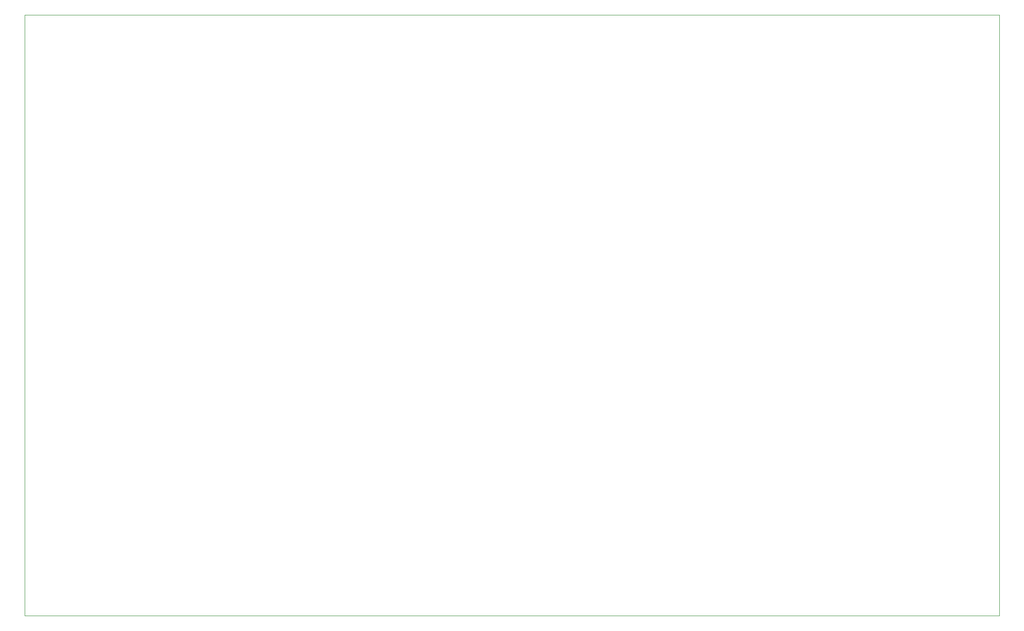
<source format=gko>
G04 #@! TF.GenerationSoftware,KiCad,Pcbnew,5.0.2+dfsg1-1*
G04 #@! TF.CreationDate,2019-08-16T15:32:43+02:00*
G04 #@! TF.ProjectId,Controller,436f6e74-726f-46c6-9c65-722e6b696361,rev?*
G04 #@! TF.SameCoordinates,Original*
G04 #@! TF.FileFunction,Profile,NP*
%FSLAX46Y46*%
G04 Gerber Fmt 4.6, Leading zero omitted, Abs format (unit mm)*
G04 Created by KiCad (PCBNEW 5.0.2+dfsg1-1) date vr 16 aug 2019 15:32:43 CEST*
%MOMM*%
%LPD*%
G01*
G04 APERTURE LIST*
%ADD10C,0.050000*%
G04 APERTURE END LIST*
D10*
X20955000Y-135890000D02*
X20320000Y-135890000D01*
X196850000Y-26670000D02*
X197485000Y-26670000D01*
X197485000Y-135890000D02*
X197485000Y-26670000D01*
X20320000Y-135890000D02*
X20320000Y-26670000D01*
X197485000Y-135890000D02*
X20955000Y-135890000D01*
X20320000Y-26670000D02*
X196850000Y-26670000D01*
M02*

</source>
